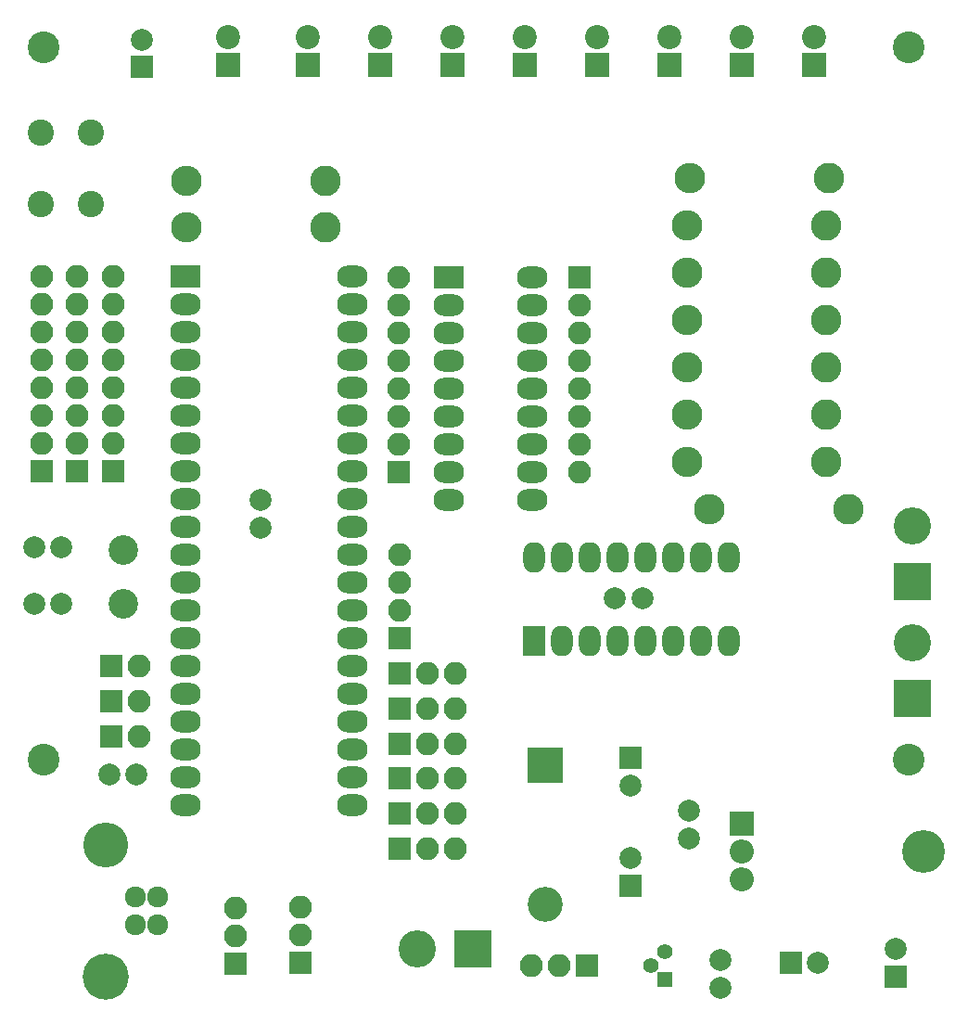
<source format=gbr>
G04 #@! TF.FileFunction,Soldermask,Top*
%FSLAX46Y46*%
G04 Gerber Fmt 4.6, Leading zero omitted, Abs format (unit mm)*
G04 Created by KiCad (PCBNEW 4.0.6) date Sat Sep  2 21:00:00 2017*
%MOMM*%
%LPD*%
G01*
G04 APERTURE LIST*
%ADD10C,0.100000*%
%ADD11C,2.900000*%
%ADD12C,1.920000*%
%ADD13C,4.100000*%
%ADD14C,4.200000*%
%ADD15R,2.000000X2.800000*%
%ADD16O,2.000000X2.800000*%
%ADD17R,2.100000X2.100000*%
%ADD18O,2.100000X2.100000*%
%ADD19R,3.400000X3.400000*%
%ADD20C,3.400000*%
%ADD21R,2.000000X2.000000*%
%ADD22C,2.000000*%
%ADD23R,2.200000X2.200000*%
%ADD24C,2.200000*%
%ADD25R,3.200000X3.200000*%
%ADD26O,3.200000X3.200000*%
%ADD27C,2.800000*%
%ADD28O,2.800000X2.800000*%
%ADD29C,2.400000*%
%ADD30R,2.800000X2.000000*%
%ADD31O,2.800000X2.000000*%
%ADD32O,3.900000X3.900000*%
%ADD33O,2.200000X2.200000*%
%ADD34C,2.700000*%
%ADD35C,1.400000*%
%ADD36R,1.400000X1.400000*%
G04 APERTURE END LIST*
D10*
D11*
X89000000Y-127000000D03*
X168000000Y-127000000D03*
X168000000Y-62000000D03*
D12*
X99442000Y-139530000D03*
X99442000Y-142070000D03*
X97442000Y-142070000D03*
X97442000Y-139530000D03*
D13*
X94742000Y-134800000D03*
D14*
X94742000Y-146800000D03*
D15*
X133840000Y-116190000D03*
D16*
X151620000Y-108570000D03*
X136380000Y-116190000D03*
X149080000Y-108570000D03*
X138920000Y-116190000D03*
X146540000Y-108570000D03*
X141460000Y-116190000D03*
X144000000Y-108570000D03*
X144000000Y-116190000D03*
X141460000Y-108570000D03*
X146540000Y-116190000D03*
X138920000Y-108570000D03*
X149080000Y-116190000D03*
X136380000Y-108570000D03*
X151620000Y-116190000D03*
X133840000Y-108570000D03*
D17*
X106580000Y-145660000D03*
D18*
X106580000Y-143120000D03*
X106580000Y-140580000D03*
D19*
X168402000Y-121412000D03*
D20*
X168402000Y-116332000D03*
D21*
X98044000Y-63754000D03*
D22*
X98044000Y-61254000D03*
X108840000Y-105790000D03*
X108840000Y-103290000D03*
X88160000Y-107630000D03*
X90660000Y-107630000D03*
X88160000Y-112740000D03*
X90660000Y-112740000D03*
X97510000Y-128360000D03*
X95010000Y-128360000D03*
D21*
X142623255Y-126826989D03*
D22*
X142623255Y-129326989D03*
D21*
X157240000Y-145542000D03*
D22*
X159740000Y-145542000D03*
D21*
X142623255Y-138470989D03*
D22*
X142623255Y-135970989D03*
D21*
X166878000Y-146772000D03*
D22*
X166878000Y-144272000D03*
X150876000Y-147788000D03*
X150876000Y-145288000D03*
X147957255Y-134152989D03*
X147957255Y-131652989D03*
X141224000Y-112268000D03*
X143724000Y-112268000D03*
D23*
X105920000Y-63550000D03*
D24*
X105920000Y-61010000D03*
D25*
X134874000Y-127508000D03*
D26*
X134874000Y-140208000D03*
D23*
X159404000Y-63540000D03*
D24*
X159404000Y-61000000D03*
D23*
X152800000Y-63540000D03*
D24*
X152800000Y-61000000D03*
D23*
X146196000Y-63540000D03*
D24*
X146196000Y-61000000D03*
D23*
X139592000Y-63540000D03*
D24*
X139592000Y-61000000D03*
D23*
X132988000Y-63540000D03*
D24*
X132988000Y-61000000D03*
D23*
X126384000Y-63540000D03*
D24*
X126384000Y-61000000D03*
D23*
X119780000Y-63540000D03*
D24*
X119780000Y-61000000D03*
D23*
X113176000Y-63540000D03*
D24*
X113176000Y-61000000D03*
D17*
X121510000Y-135130000D03*
D18*
X124050000Y-135130000D03*
X126590000Y-135130000D03*
D17*
X121510000Y-131930000D03*
D18*
X124050000Y-131930000D03*
X126590000Y-131930000D03*
D17*
X121510000Y-128720000D03*
D18*
X124050000Y-128720000D03*
X126590000Y-128720000D03*
D17*
X112450000Y-145530000D03*
D18*
X112450000Y-142990000D03*
X112450000Y-140450000D03*
D17*
X121510000Y-125530000D03*
D18*
X124050000Y-125530000D03*
X126590000Y-125530000D03*
D17*
X121510000Y-122330000D03*
D18*
X124050000Y-122330000D03*
X126590000Y-122330000D03*
D17*
X121510000Y-119130000D03*
D18*
X124050000Y-119130000D03*
X126590000Y-119130000D03*
D17*
X95370000Y-100670000D03*
D18*
X95370000Y-98130000D03*
X95370000Y-95590000D03*
X95370000Y-93050000D03*
X95370000Y-90510000D03*
X95370000Y-87970000D03*
X95370000Y-85430000D03*
X95370000Y-82890000D03*
D17*
X88870000Y-100670000D03*
D18*
X88870000Y-98130000D03*
X88870000Y-95590000D03*
X88870000Y-93050000D03*
X88870000Y-90510000D03*
X88870000Y-87970000D03*
X88870000Y-85430000D03*
X88870000Y-82890000D03*
D17*
X121510000Y-115920000D03*
D18*
X121510000Y-113380000D03*
X121510000Y-110840000D03*
X121510000Y-108300000D03*
D17*
X92120000Y-100670000D03*
D18*
X92120000Y-98130000D03*
X92120000Y-95590000D03*
X92120000Y-93050000D03*
X92120000Y-90510000D03*
X92120000Y-87970000D03*
X92120000Y-85430000D03*
X92120000Y-82890000D03*
D17*
X138684000Y-145796000D03*
D18*
X136144000Y-145796000D03*
X133604000Y-145796000D03*
D19*
X128270000Y-144272000D03*
D20*
X123190000Y-144272000D03*
D19*
X168402000Y-110744000D03*
D20*
X168402000Y-105664000D03*
D17*
X121500000Y-100750000D03*
D18*
X121500000Y-98210000D03*
X121500000Y-95670000D03*
X121500000Y-93130000D03*
X121500000Y-90590000D03*
X121500000Y-88050000D03*
X121500000Y-85510000D03*
X121500000Y-82970000D03*
D17*
X138000000Y-83000000D03*
D18*
X138000000Y-85540000D03*
X138000000Y-88080000D03*
X138000000Y-90620000D03*
X138000000Y-93160000D03*
X138000000Y-95700000D03*
X138000000Y-98240000D03*
X138000000Y-100780000D03*
D27*
X114770000Y-74140000D03*
D28*
X102070000Y-74140000D03*
D27*
X114780000Y-78400000D03*
D28*
X102080000Y-78400000D03*
D27*
X160782000Y-73914000D03*
D28*
X148082000Y-73914000D03*
D27*
X160528000Y-82550000D03*
D28*
X147828000Y-82550000D03*
D27*
X160528000Y-91186000D03*
D28*
X147828000Y-91186000D03*
D27*
X160528000Y-99822000D03*
D28*
X147828000Y-99822000D03*
D27*
X160528000Y-78232000D03*
D28*
X147828000Y-78232000D03*
D27*
X160528000Y-86868000D03*
D28*
X147828000Y-86868000D03*
D27*
X160528000Y-95504000D03*
D28*
X147828000Y-95504000D03*
D27*
X162540000Y-104140000D03*
D28*
X149840000Y-104140000D03*
D29*
X88820000Y-69780000D03*
X93320000Y-69780000D03*
X88820000Y-76280000D03*
X93320000Y-76280000D03*
D30*
X102000000Y-82900000D03*
D31*
X117240000Y-131160000D03*
X102000000Y-85440000D03*
X117240000Y-128620000D03*
X102000000Y-87980000D03*
X117240000Y-126080000D03*
X102000000Y-90520000D03*
X117240000Y-123540000D03*
X102000000Y-93060000D03*
X117240000Y-121000000D03*
X102000000Y-95600000D03*
X117240000Y-118460000D03*
X102000000Y-98140000D03*
X117240000Y-115920000D03*
X102000000Y-100680000D03*
X117240000Y-113380000D03*
X102000000Y-103220000D03*
X117240000Y-110840000D03*
X102000000Y-105760000D03*
X117240000Y-108300000D03*
X102000000Y-108300000D03*
X117240000Y-105760000D03*
X102000000Y-110840000D03*
X117240000Y-103220000D03*
X102000000Y-113380000D03*
X117240000Y-100680000D03*
X102000000Y-115920000D03*
X117240000Y-98140000D03*
X102000000Y-118460000D03*
X117240000Y-95600000D03*
X102000000Y-121000000D03*
X117240000Y-93060000D03*
X102000000Y-123540000D03*
X117240000Y-90520000D03*
X102000000Y-126080000D03*
X117240000Y-87980000D03*
X102000000Y-128620000D03*
X117240000Y-85440000D03*
X102000000Y-131160000D03*
X117240000Y-82900000D03*
D32*
X169418000Y-135382000D03*
D23*
X152758000Y-132842000D03*
D33*
X152758000Y-135382000D03*
X152758000Y-137922000D03*
D30*
X126000000Y-83000000D03*
D31*
X133620000Y-103320000D03*
X126000000Y-85540000D03*
X133620000Y-100780000D03*
X126000000Y-88080000D03*
X133620000Y-98240000D03*
X126000000Y-90620000D03*
X133620000Y-95700000D03*
X126000000Y-93160000D03*
X133620000Y-93160000D03*
X126000000Y-95700000D03*
X133620000Y-90620000D03*
X126000000Y-98240000D03*
X133620000Y-88080000D03*
X126000000Y-100780000D03*
X133620000Y-85540000D03*
X126000000Y-103320000D03*
X133620000Y-83000000D03*
D34*
X96340000Y-107850000D03*
X96340000Y-112750000D03*
D17*
X95240000Y-118470000D03*
D18*
X97780000Y-118470000D03*
D17*
X95220000Y-121680000D03*
D18*
X97760000Y-121680000D03*
D17*
X95220000Y-124860000D03*
D18*
X97760000Y-124860000D03*
D35*
X144526000Y-145796000D03*
X145796000Y-144526000D03*
D36*
X145796000Y-147066000D03*
D11*
X89000000Y-62000000D03*
M02*

</source>
